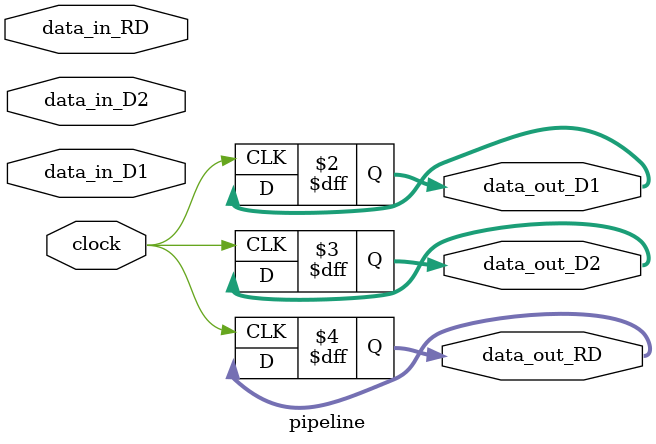
<source format=v>


module pipeline (
	input wire clock,
	input wire [4:0] data_in_RD,
	input wire [31:0] data_in_D1,
	input wire [31:0] data_in_D2,
	output reg [31:0] data_out_D1,
	output reg [31:0]	data_out_D2,
	output reg [4:0] data_out_RD	
	);
	
	
	always @(posedge clock) begin
		data_out_D1=data_out_D1;
		data_out_D2=data_out_D2;
		data_out_RD=data_out_RD;
			
	end
		
		
endmodule

</source>
